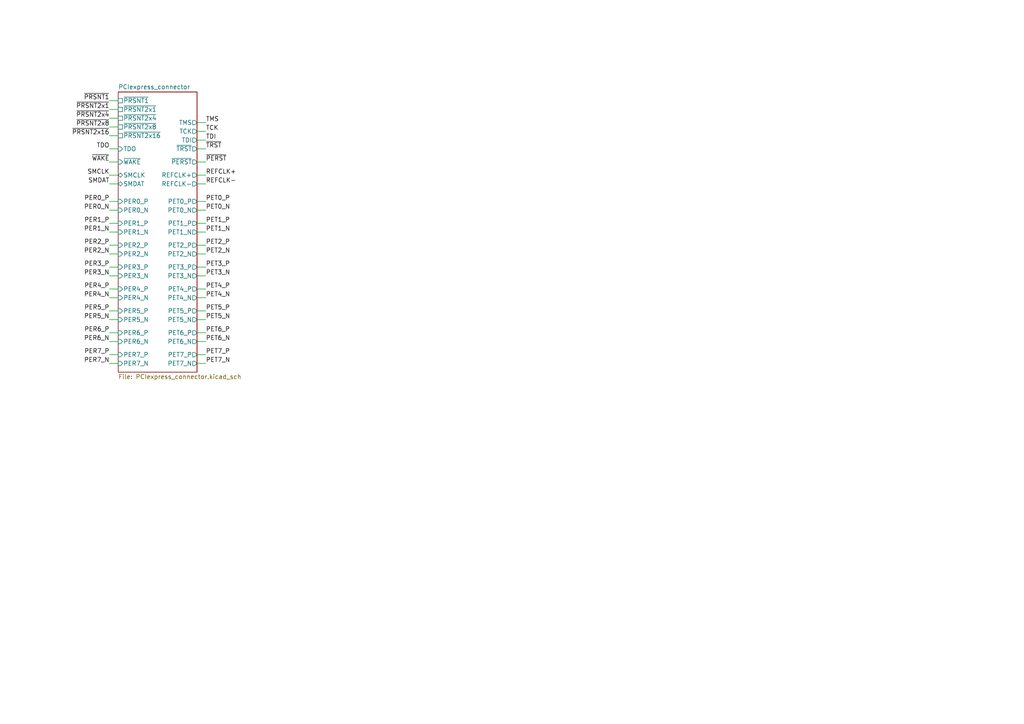
<source format=kicad_sch>
(kicad_sch
	(version 20250114)
	(generator "eeschema")
	(generator_version "9.0")
	(uuid "5186319c-a7b6-4fff-abe7-9a78b1ac7ba0")
	(paper "A4")
	(title_block
		(title "PCIexpress_x8_half")
		(company "Author: Luca Anastasio")
	)
	(lib_symbols)
	(wire
		(pts
			(xy 31.75 86.36) (xy 34.29 86.36)
		)
		(stroke
			(width 0)
			(type default)
		)
		(uuid "04cca5d3-5a97-4646-9826-273b34cc1788")
	)
	(wire
		(pts
			(xy 57.15 40.64) (xy 59.69 40.64)
		)
		(stroke
			(width 0)
			(type default)
		)
		(uuid "0807639b-99f9-4354-812f-77173017a09b")
	)
	(wire
		(pts
			(xy 31.75 46.99) (xy 34.29 46.99)
		)
		(stroke
			(width 0)
			(type default)
		)
		(uuid "09e82615-78af-4f6a-bb0a-d344fd9aed77")
	)
	(wire
		(pts
			(xy 57.15 92.71) (xy 59.69 92.71)
		)
		(stroke
			(width 0)
			(type default)
		)
		(uuid "1766e156-738f-4e50-b27c-3aa68cc42c02")
	)
	(wire
		(pts
			(xy 31.75 58.42) (xy 34.29 58.42)
		)
		(stroke
			(width 0)
			(type default)
		)
		(uuid "18b19689-11a9-490d-bd96-9164889f91d8")
	)
	(wire
		(pts
			(xy 57.15 46.99) (xy 59.69 46.99)
		)
		(stroke
			(width 0)
			(type default)
		)
		(uuid "19bcf26a-2899-48e3-a0a5-864d314d46a0")
	)
	(wire
		(pts
			(xy 57.15 60.96) (xy 59.69 60.96)
		)
		(stroke
			(width 0)
			(type default)
		)
		(uuid "20d5decf-596b-4bc7-b5f2-6434f1972474")
	)
	(wire
		(pts
			(xy 31.75 80.01) (xy 34.29 80.01)
		)
		(stroke
			(width 0)
			(type default)
		)
		(uuid "214ec640-fb13-4b6f-9435-bee9040a02cf")
	)
	(wire
		(pts
			(xy 57.15 102.87) (xy 59.69 102.87)
		)
		(stroke
			(width 0)
			(type default)
		)
		(uuid "22a54f23-0bc1-494a-84dd-bb5173a47079")
	)
	(wire
		(pts
			(xy 57.15 35.56) (xy 59.69 35.56)
		)
		(stroke
			(width 0)
			(type default)
		)
		(uuid "2331a491-68de-466d-9020-beb5509d50ac")
	)
	(wire
		(pts
			(xy 31.75 36.83) (xy 34.29 36.83)
		)
		(stroke
			(width 0)
			(type default)
		)
		(uuid "2fcc0f81-cdab-4f30-a716-5d0ced8fd130")
	)
	(wire
		(pts
			(xy 57.15 38.1) (xy 59.69 38.1)
		)
		(stroke
			(width 0)
			(type default)
		)
		(uuid "2ff0cadc-b056-4e16-a23b-fa0df698be4b")
	)
	(wire
		(pts
			(xy 31.75 29.21) (xy 34.29 29.21)
		)
		(stroke
			(width 0)
			(type default)
		)
		(uuid "34c54331-4a80-41d8-95c9-37f5fcbac9f4")
	)
	(wire
		(pts
			(xy 31.75 83.82) (xy 34.29 83.82)
		)
		(stroke
			(width 0)
			(type default)
		)
		(uuid "3760c3fc-fbb9-440e-a469-69f00eec2243")
	)
	(wire
		(pts
			(xy 31.75 71.12) (xy 34.29 71.12)
		)
		(stroke
			(width 0)
			(type default)
		)
		(uuid "3e778b9a-c91f-4b22-8843-ae64df502887")
	)
	(wire
		(pts
			(xy 57.15 64.77) (xy 59.69 64.77)
		)
		(stroke
			(width 0)
			(type default)
		)
		(uuid "47844e46-187a-436a-8b61-b7ae019ed97c")
	)
	(wire
		(pts
			(xy 31.75 105.41) (xy 34.29 105.41)
		)
		(stroke
			(width 0)
			(type default)
		)
		(uuid "4ba65da1-4644-430d-b594-5ba078440be9")
	)
	(wire
		(pts
			(xy 57.15 90.17) (xy 59.69 90.17)
		)
		(stroke
			(width 0)
			(type default)
		)
		(uuid "4be7d90f-0648-44fa-b2bb-23ee4bd04245")
	)
	(wire
		(pts
			(xy 57.15 53.34) (xy 59.69 53.34)
		)
		(stroke
			(width 0)
			(type default)
		)
		(uuid "4c753d1f-f5b8-4bdd-ba6b-4005cdd5754f")
	)
	(wire
		(pts
			(xy 31.75 50.8) (xy 34.29 50.8)
		)
		(stroke
			(width 0)
			(type default)
		)
		(uuid "54553159-5837-4979-9ecd-9ab0fe72cc1a")
	)
	(wire
		(pts
			(xy 57.15 58.42) (xy 59.69 58.42)
		)
		(stroke
			(width 0)
			(type default)
		)
		(uuid "620ed031-0180-449c-bd02-7b4f89014f7f")
	)
	(wire
		(pts
			(xy 31.75 102.87) (xy 34.29 102.87)
		)
		(stroke
			(width 0)
			(type default)
		)
		(uuid "6443d769-777e-4c08-8882-82a6458374c5")
	)
	(wire
		(pts
			(xy 31.75 96.52) (xy 34.29 96.52)
		)
		(stroke
			(width 0)
			(type default)
		)
		(uuid "68973f22-aefd-4935-95a1-2935b2c6753b")
	)
	(wire
		(pts
			(xy 57.15 43.18) (xy 59.69 43.18)
		)
		(stroke
			(width 0)
			(type default)
		)
		(uuid "692ec575-ad6a-410a-80eb-b9494f040b86")
	)
	(wire
		(pts
			(xy 31.75 90.17) (xy 34.29 90.17)
		)
		(stroke
			(width 0)
			(type default)
		)
		(uuid "750ca37d-7a38-41af-8e3a-d8883165097a")
	)
	(wire
		(pts
			(xy 31.75 99.06) (xy 34.29 99.06)
		)
		(stroke
			(width 0)
			(type default)
		)
		(uuid "7714deda-5d3d-476c-881f-2af47c08fafa")
	)
	(wire
		(pts
			(xy 57.15 50.8) (xy 59.69 50.8)
		)
		(stroke
			(width 0)
			(type default)
		)
		(uuid "7884f004-9725-4041-b490-867890edf559")
	)
	(wire
		(pts
			(xy 57.15 73.66) (xy 59.69 73.66)
		)
		(stroke
			(width 0)
			(type default)
		)
		(uuid "803a60de-1143-48a0-9f76-0b9db6dda87e")
	)
	(wire
		(pts
			(xy 31.75 43.18) (xy 34.29 43.18)
		)
		(stroke
			(width 0)
			(type default)
		)
		(uuid "8d14ab10-c17e-4e98-8e13-65f2b65576eb")
	)
	(wire
		(pts
			(xy 57.15 80.01) (xy 59.69 80.01)
		)
		(stroke
			(width 0)
			(type default)
		)
		(uuid "90bcf30b-ec03-45fe-bb2d-319286ae58de")
	)
	(wire
		(pts
			(xy 57.15 99.06) (xy 59.69 99.06)
		)
		(stroke
			(width 0)
			(type default)
		)
		(uuid "9a967787-1649-47eb-8cb9-4b0e81d2345f")
	)
	(wire
		(pts
			(xy 31.75 73.66) (xy 34.29 73.66)
		)
		(stroke
			(width 0)
			(type default)
		)
		(uuid "9d6fa66d-2ce8-4470-ab4e-b09abde60f97")
	)
	(wire
		(pts
			(xy 31.75 92.71) (xy 34.29 92.71)
		)
		(stroke
			(width 0)
			(type default)
		)
		(uuid "a0843b61-6672-46ad-bf45-260a674cdfcd")
	)
	(wire
		(pts
			(xy 31.75 53.34) (xy 34.29 53.34)
		)
		(stroke
			(width 0)
			(type default)
		)
		(uuid "a6633c97-7dc8-40fd-869e-158eaf3a38ca")
	)
	(wire
		(pts
			(xy 31.75 39.37) (xy 34.29 39.37)
		)
		(stroke
			(width 0)
			(type default)
		)
		(uuid "a7488cba-c27c-4aee-86b2-8764d69bdf0d")
	)
	(wire
		(pts
			(xy 57.15 96.52) (xy 59.69 96.52)
		)
		(stroke
			(width 0)
			(type default)
		)
		(uuid "aa825a8f-e9cd-4ae2-8a32-9ecc229d55e6")
	)
	(wire
		(pts
			(xy 31.75 67.31) (xy 34.29 67.31)
		)
		(stroke
			(width 0)
			(type default)
		)
		(uuid "ac4e1f41-cc1d-46f2-b105-855a5e05a2d1")
	)
	(wire
		(pts
			(xy 57.15 67.31) (xy 59.69 67.31)
		)
		(stroke
			(width 0)
			(type default)
		)
		(uuid "acfacc69-7bd4-4a3c-98ec-8cd8a2f3ddee")
	)
	(wire
		(pts
			(xy 31.75 34.29) (xy 34.29 34.29)
		)
		(stroke
			(width 0)
			(type default)
		)
		(uuid "aed89bd9-937f-42e2-b78a-79376d67ce86")
	)
	(wire
		(pts
			(xy 57.15 77.47) (xy 59.69 77.47)
		)
		(stroke
			(width 0)
			(type default)
		)
		(uuid "b29cf7ee-bb5c-4cc7-bcd4-89460ea230e4")
	)
	(wire
		(pts
			(xy 31.75 31.75) (xy 34.29 31.75)
		)
		(stroke
			(width 0)
			(type default)
		)
		(uuid "b34576c1-1870-4ee0-9080-515988eb0d26")
	)
	(wire
		(pts
			(xy 57.15 71.12) (xy 59.69 71.12)
		)
		(stroke
			(width 0)
			(type default)
		)
		(uuid "b98ba536-57ff-4556-af72-00f2857ce79b")
	)
	(wire
		(pts
			(xy 31.75 64.77) (xy 34.29 64.77)
		)
		(stroke
			(width 0)
			(type default)
		)
		(uuid "c0d76bae-7332-4917-94a5-e03bed8519f6")
	)
	(wire
		(pts
			(xy 57.15 86.36) (xy 59.69 86.36)
		)
		(stroke
			(width 0)
			(type default)
		)
		(uuid "d0b30eb9-8b95-4ab3-80d2-55724ef79756")
	)
	(wire
		(pts
			(xy 31.75 60.96) (xy 34.29 60.96)
		)
		(stroke
			(width 0)
			(type default)
		)
		(uuid "df2de325-f576-48f3-84d6-346ba0c52bdc")
	)
	(wire
		(pts
			(xy 31.75 77.47) (xy 34.29 77.47)
		)
		(stroke
			(width 0)
			(type default)
		)
		(uuid "e8bac97e-1187-44b4-996c-185727f8c831")
	)
	(wire
		(pts
			(xy 57.15 105.41) (xy 59.69 105.41)
		)
		(stroke
			(width 0)
			(type default)
		)
		(uuid "ef9ed5b5-1337-4287-b973-f12e71cf0058")
	)
	(wire
		(pts
			(xy 57.15 83.82) (xy 59.69 83.82)
		)
		(stroke
			(width 0)
			(type default)
		)
		(uuid "fce0ad82-afe2-46cb-a8e3-d79fdcc87ea0")
	)
	(label "PER3_P"
		(at 31.75 77.47 180)
		(effects
			(font
				(size 1.27 1.27)
			)
			(justify right bottom)
		)
		(uuid "07cef914-a0d7-4a17-aee3-9fa5cde88fdf")
	)
	(label "PER7_P"
		(at 31.75 102.87 180)
		(effects
			(font
				(size 1.27 1.27)
			)
			(justify right bottom)
		)
		(uuid "0cbe5e70-7d6b-4fa6-b73a-0056c4c7c7c4")
	)
	(label "PER7_N"
		(at 31.75 105.41 180)
		(effects
			(font
				(size 1.27 1.27)
			)
			(justify right bottom)
		)
		(uuid "115b9beb-be76-4e99-98d6-83a36edbec9b")
	)
	(label "TDO"
		(at 31.75 43.18 180)
		(effects
			(font
				(size 1.27 1.27)
			)
			(justify right bottom)
		)
		(uuid "15d979b3-3c78-4a6a-867e-e077f9bdf21e")
	)
	(label "PET3_N"
		(at 59.69 80.01 0)
		(effects
			(font
				(size 1.27 1.27)
			)
			(justify left bottom)
		)
		(uuid "2242a84f-398d-4034-b65b-e597f0562acc")
	)
	(label "~{PRSNT2x4}"
		(at 31.75 34.29 180)
		(effects
			(font
				(size 1.27 1.27)
			)
			(justify right bottom)
		)
		(uuid "270d7f2f-09cb-4e68-ab8f-664a33f33e93")
	)
	(label "PET7_P"
		(at 59.69 102.87 0)
		(effects
			(font
				(size 1.27 1.27)
			)
			(justify left bottom)
		)
		(uuid "2a76c9da-9105-480f-9218-41037b1478b8")
	)
	(label "~{PRSNT2x16}"
		(at 31.75 39.37 180)
		(effects
			(font
				(size 1.27 1.27)
			)
			(justify right bottom)
		)
		(uuid "2ad7af9c-05bf-4739-a91d-c3d1be84f633")
	)
	(label "PER2_N"
		(at 31.75 73.66 180)
		(effects
			(font
				(size 1.27 1.27)
			)
			(justify right bottom)
		)
		(uuid "3ac1b417-8ab1-4d3f-b22a-bfa01aa186d9")
	)
	(label "PET2_N"
		(at 59.69 73.66 0)
		(effects
			(font
				(size 1.27 1.27)
			)
			(justify left bottom)
		)
		(uuid "4137bbbb-958f-4c3f-80aa-e46a08c0ed65")
	)
	(label "PER4_N"
		(at 31.75 86.36 180)
		(effects
			(font
				(size 1.27 1.27)
			)
			(justify right bottom)
		)
		(uuid "47695542-9358-4ef9-815f-9c1848c21f68")
	)
	(label "PET5_P"
		(at 59.69 90.17 0)
		(effects
			(font
				(size 1.27 1.27)
			)
			(justify left bottom)
		)
		(uuid "4eabcb75-2d4e-4662-a154-874190674117")
	)
	(label "PET6_N"
		(at 59.69 99.06 0)
		(effects
			(font
				(size 1.27 1.27)
			)
			(justify left bottom)
		)
		(uuid "5c5edd84-060b-4e71-a4d2-961e4b2bbdd1")
	)
	(label "PET0_N"
		(at 59.69 60.96 0)
		(effects
			(font
				(size 1.27 1.27)
			)
			(justify left bottom)
		)
		(uuid "5fd981c6-61f8-4ab9-a1d5-e722936d435e")
	)
	(label "TMS"
		(at 59.69 35.56 0)
		(effects
			(font
				(size 1.27 1.27)
			)
			(justify left bottom)
		)
		(uuid "6044da8b-bfc2-41de-a734-5550c15da2d4")
	)
	(label "PER6_P"
		(at 31.75 96.52 180)
		(effects
			(font
				(size 1.27 1.27)
			)
			(justify right bottom)
		)
		(uuid "6ab26c9b-33a7-41d8-9a43-b70486d7ab00")
	)
	(label "~{PRSNT2x8}"
		(at 31.75 36.83 180)
		(effects
			(font
				(size 1.27 1.27)
			)
			(justify right bottom)
		)
		(uuid "6fc69de3-ae40-4e92-b71f-355cb25a40ea")
	)
	(label "PER1_N"
		(at 31.75 67.31 180)
		(effects
			(font
				(size 1.27 1.27)
			)
			(justify right bottom)
		)
		(uuid "72a1b215-6ca8-43a9-821d-5ca8d35df4a6")
	)
	(label "~{PRSNT2x1}"
		(at 31.75 31.75 180)
		(effects
			(font
				(size 1.27 1.27)
			)
			(justify right bottom)
		)
		(uuid "73b8c30f-0d6f-4180-b068-87b28ae9bd68")
	)
	(label "PET1_P"
		(at 59.69 64.77 0)
		(effects
			(font
				(size 1.27 1.27)
			)
			(justify left bottom)
		)
		(uuid "74b12278-93d3-4309-ab02-64f196c543d7")
	)
	(label "PER1_P"
		(at 31.75 64.77 180)
		(effects
			(font
				(size 1.27 1.27)
			)
			(justify right bottom)
		)
		(uuid "7c5aad8e-4ca6-4d73-a753-f83de55671dd")
	)
	(label "PER3_N"
		(at 31.75 80.01 180)
		(effects
			(font
				(size 1.27 1.27)
			)
			(justify right bottom)
		)
		(uuid "7ce0c1ae-8063-463b-b702-af759653467d")
	)
	(label "PER4_P"
		(at 31.75 83.82 180)
		(effects
			(font
				(size 1.27 1.27)
			)
			(justify right bottom)
		)
		(uuid "7dbbe188-19b6-4806-bc39-2c1d736b5a3d")
	)
	(label "PER0_P"
		(at 31.75 58.42 180)
		(effects
			(font
				(size 1.27 1.27)
			)
			(justify right bottom)
		)
		(uuid "882ac554-9f44-4302-b37f-1d664a6662e9")
	)
	(label "PET7_N"
		(at 59.69 105.41 0)
		(effects
			(font
				(size 1.27 1.27)
			)
			(justify left bottom)
		)
		(uuid "89ecc178-5052-465e-bb30-812b2898944e")
	)
	(label "PER0_N"
		(at 31.75 60.96 180)
		(effects
			(font
				(size 1.27 1.27)
			)
			(justify right bottom)
		)
		(uuid "8a0a39eb-ee3f-4a1c-9491-eaba54ff16f9")
	)
	(label "TCK"
		(at 59.69 38.1 0)
		(effects
			(font
				(size 1.27 1.27)
			)
			(justify left bottom)
		)
		(uuid "8f12639f-5e0f-4fec-98a0-66c2d11164c8")
	)
	(label "PET0_P"
		(at 59.69 58.42 0)
		(effects
			(font
				(size 1.27 1.27)
			)
			(justify left bottom)
		)
		(uuid "951c41e6-a741-4fa7-a42d-7836a8d703bf")
	)
	(label "TDI"
		(at 59.69 40.64 0)
		(effects
			(font
				(size 1.27 1.27)
			)
			(justify left bottom)
		)
		(uuid "9c70f367-51b7-4a35-97cf-c866f0df1e0e")
	)
	(label "PET6_P"
		(at 59.69 96.52 0)
		(effects
			(font
				(size 1.27 1.27)
			)
			(justify left bottom)
		)
		(uuid "a372fb38-21b9-4e7e-8ef0-f961ee40cc7b")
	)
	(label "REFCLK+"
		(at 59.69 50.8 0)
		(effects
			(font
				(size 1.27 1.27)
			)
			(justify left bottom)
		)
		(uuid "a47e2850-32a4-47de-b954-bbf2877cbb51")
	)
	(label "SMDAT"
		(at 31.75 53.34 180)
		(effects
			(font
				(size 1.27 1.27)
			)
			(justify right bottom)
		)
		(uuid "ae28ef9e-b5b5-4187-8398-c5574613af7e")
	)
	(label "PET2_P"
		(at 59.69 71.12 0)
		(effects
			(font
				(size 1.27 1.27)
			)
			(justify left bottom)
		)
		(uuid "b1748508-60ef-4250-9336-2175a69138e4")
	)
	(label "PET4_P"
		(at 59.69 83.82 0)
		(effects
			(font
				(size 1.27 1.27)
			)
			(justify left bottom)
		)
		(uuid "b5f3ff37-e471-4c08-a333-70d621a2413a")
	)
	(label "SMCLK"
		(at 31.75 50.8 180)
		(effects
			(font
				(size 1.27 1.27)
			)
			(justify right bottom)
		)
		(uuid "bb9aa42a-9772-44b3-9e3c-3fbe52f33599")
	)
	(label "~{PERST}"
		(at 59.69 46.99 0)
		(effects
			(font
				(size 1.27 1.27)
			)
			(justify left bottom)
		)
		(uuid "bccb8cd2-f114-4864-969c-5849abc579f6")
	)
	(label "PET1_N"
		(at 59.69 67.31 0)
		(effects
			(font
				(size 1.27 1.27)
			)
			(justify left bottom)
		)
		(uuid "bf29cbf8-b291-4813-99b9-1a51e9f98f90")
	)
	(label "PER6_N"
		(at 31.75 99.06 180)
		(effects
			(font
				(size 1.27 1.27)
			)
			(justify right bottom)
		)
		(uuid "d02acbe0-aaf0-48e0-889b-b9ce93182833")
	)
	(label "PER5_P"
		(at 31.75 90.17 180)
		(effects
			(font
				(size 1.27 1.27)
			)
			(justify right bottom)
		)
		(uuid "d488b0a8-aa45-4779-b713-757eb374cc9c")
	)
	(label "PET4_N"
		(at 59.69 86.36 0)
		(effects
			(font
				(size 1.27 1.27)
			)
			(justify left bottom)
		)
		(uuid "d5cda3c6-0048-4467-880d-5836f772ec34")
	)
	(label "PER5_N"
		(at 31.75 92.71 180)
		(effects
			(font
				(size 1.27 1.27)
			)
			(justify right bottom)
		)
		(uuid "d9bd664e-eaba-441f-ab61-bffe13ec2b36")
	)
	(label "~{PRSNT1}"
		(at 31.75 29.21 180)
		(effects
			(font
				(size 1.27 1.27)
			)
			(justify right bottom)
		)
		(uuid "db6e7bc1-f2d5-47fc-861b-2435effc19d2")
	)
	(label "PET5_N"
		(at 59.69 92.71 0)
		(effects
			(font
				(size 1.27 1.27)
			)
			(justify left bottom)
		)
		(uuid "df55605a-1873-4253-8d2e-c22c5a4a41b9")
	)
	(label "REFCLK-"
		(at 59.69 53.34 0)
		(effects
			(font
				(size 1.27 1.27)
			)
			(justify left bottom)
		)
		(uuid "e99d6cad-7691-49db-96ee-7d9e0ce533fe")
	)
	(label "~{WAKE}"
		(at 31.75 46.99 180)
		(effects
			(font
				(size 1.27 1.27)
			)
			(justify right bottom)
		)
		(uuid "ef3ac500-c14e-4371-b2c2-098a16e380f8")
	)
	(label "~{TRST}"
		(at 59.69 43.18 0)
		(effects
			(font
				(size 1.27 1.27)
			)
			(justify left bottom)
		)
		(uuid "f25dfbc1-b564-4ae8-9a55-d15e1f639cde")
	)
	(label "PET3_P"
		(at 59.69 77.47 0)
		(effects
			(font
				(size 1.27 1.27)
			)
			(justify left bottom)
		)
		(uuid "f35fc759-acd4-4a75-97b3-8e45aa5c3f27")
	)
	(label "PER2_P"
		(at 31.75 71.12 180)
		(effects
			(font
				(size 1.27 1.27)
			)
			(justify right bottom)
		)
		(uuid "f378516e-e65f-401a-a45d-c173962e9e1d")
	)
	(sheet
		(at 34.29 26.67)
		(size 22.86 81.28)
		(exclude_from_sim no)
		(in_bom yes)
		(on_board yes)
		(dnp no)
		(fields_autoplaced yes)
		(stroke
			(width 0)
			(type solid)
		)
		(fill
			(color 0 0 0 0.0000)
		)
		(uuid "00000000-0000-0000-0000-00005d508b15")
		(property "Sheetname" "PCIexpress_connector"
			(at 34.29 25.9584 0)
			(effects
				(font
					(size 1.27 1.27)
				)
				(justify left bottom)
			)
		)
		(property "Sheetfile" "PCIexpress_connector.kicad_sch"
			(at 34.29 108.5346 0)
			(effects
				(font
					(size 1.27 1.27)
				)
				(justify left top)
			)
		)
		(pin "PET0_P" output
			(at 57.15 58.42 0)
			(uuid "7f773bcf-a81d-430e-8af3-a440ca256012")
			(effects
				(font
					(size 1.27 1.27)
				)
				(justify right)
			)
		)
		(pin "PET0_N" output
			(at 57.15 60.96 0)
			(uuid "025dd898-ef60-4eed-a304-287e3fcc5330")
			(effects
				(font
					(size 1.27 1.27)
				)
				(justify right)
			)
		)
		(pin "REFCLK+" output
			(at 57.15 50.8 0)
			(uuid "99c56841-91de-421b-a12f-a338a8e6dd93")
			(effects
				(font
					(size 1.27 1.27)
				)
				(justify right)
			)
		)
		(pin "REFCLK-" output
			(at 57.15 53.34 0)
			(uuid "72540613-0aea-456b-ad09-6bdc9caa8021")
			(effects
				(font
					(size 1.27 1.27)
				)
				(justify right)
			)
		)
		(pin "~{PRSNT2x16}" passive
			(at 34.29 39.37 180)
			(uuid "c6d58a32-d431-46ae-85b0-a63e9c0a7215")
			(effects
				(font
					(size 1.27 1.27)
				)
				(justify left)
			)
		)
		(pin "TDO" input
			(at 34.29 43.18 180)
			(uuid "0b973dfd-761b-44d7-bf15-3f3313b6bc75")
			(effects
				(font
					(size 1.27 1.27)
				)
				(justify left)
			)
		)
		(pin "TMS" output
			(at 57.15 35.56 0)
			(uuid "c436a0c6-745b-4529-a336-aea08fd97196")
			(effects
				(font
					(size 1.27 1.27)
				)
				(justify right)
			)
		)
		(pin "TDI" output
			(at 57.15 40.64 0)
			(uuid "dc48a61e-b852-4417-860d-bcc88b0f8f9e")
			(effects
				(font
					(size 1.27 1.27)
				)
				(justify right)
			)
		)
		(pin "TCK" output
			(at 57.15 38.1 0)
			(uuid "2625a1e7-82c3-4c87-86eb-e72f7678ec9a")
			(effects
				(font
					(size 1.27 1.27)
				)
				(justify right)
			)
		)
		(pin "PET1_P" output
			(at 57.15 64.77 0)
			(uuid "5002dda8-668d-4de1-a6e7-e9556482c927")
			(effects
				(font
					(size 1.27 1.27)
				)
				(justify right)
			)
		)
		(pin "PET1_N" output
			(at 57.15 67.31 0)
			(uuid "8fe4336a-27dd-4d49-a46d-6d4601c5980c")
			(effects
				(font
					(size 1.27 1.27)
				)
				(justify right)
			)
		)
		(pin "PET2_P" output
			(at 57.15 71.12 0)
			(uuid "8fbed1e9-96e0-4ac1-8ced-9401d8bdee8e")
			(effects
				(font
					(size 1.27 1.27)
				)
				(justify right)
			)
		)
		(pin "PET2_N" output
			(at 57.15 73.66 0)
			(uuid "3444776f-8333-4761-a875-e93df51e07f5")
			(effects
				(font
					(size 1.27 1.27)
				)
				(justify right)
			)
		)
		(pin "PET3_P" output
			(at 57.15 77.47 0)
			(uuid "a1194c87-515f-48c5-acd9-67a63b5ba8ce")
			(effects
				(font
					(size 1.27 1.27)
				)
				(justify right)
			)
		)
		(pin "PET3_N" output
			(at 57.15 80.01 0)
			(uuid "17b818ea-ca3b-4d3b-9235-469814efae0b")
			(effects
				(font
					(size 1.27 1.27)
				)
				(justify right)
			)
		)
		(pin "PER1_P" input
			(at 34.29 64.77 180)
			(uuid "71242084-b4c5-4d30-be6e-0111b1b93303")
			(effects
				(font
					(size 1.27 1.27)
				)
				(justify left)
			)
		)
		(pin "PER1_N" input
			(at 34.29 67.31 180)
			(uuid "df263dc1-fafd-44b6-afd7-f39f52242905")
			(effects
				(font
					(size 1.27 1.27)
				)
				(justify left)
			)
		)
		(pin "PER2_P" input
			(at 34.29 71.12 180)
			(uuid "b48c20f4-e6b2-4283-9154-a5f4e67a4d72")
			(effects
				(font
					(size 1.27 1.27)
				)
				(justify left)
			)
		)
		(pin "PER2_N" input
			(at 34.29 73.66 180)
			(uuid "f24df97a-2dab-40ad-86ec-b954f79aabb4")
			(effects
				(font
					(size 1.27 1.27)
				)
				(justify left)
			)
		)
		(pin "PER3_P" input
			(at 34.29 77.47 180)
			(uuid "da7b0c95-54cf-4f9d-905f-db532ed7f0a4")
			(effects
				(font
					(size 1.27 1.27)
				)
				(justify left)
			)
		)
		(pin "PER3_N" input
			(at 34.29 80.01 180)
			(uuid "f31eb92d-b6d3-4bfb-8cdd-3da721b593e7")
			(effects
				(font
					(size 1.27 1.27)
				)
				(justify left)
			)
		)
		(pin "PER4_P" input
			(at 34.29 83.82 180)
			(uuid "449b1954-cd01-46c5-a4b0-72c3c55a97cf")
			(effects
				(font
					(size 1.27 1.27)
				)
				(justify left)
			)
		)
		(pin "PER4_N" input
			(at 34.29 86.36 180)
			(uuid "e9a6e7f2-bb64-4f89-af12-08c464fabe12")
			(effects
				(font
					(size 1.27 1.27)
				)
				(justify left)
			)
		)
		(pin "PER5_P" input
			(at 34.29 90.17 180)
			(uuid "ca74a631-eb75-4711-b2b1-e5bbb0e64bdc")
			(effects
				(font
					(size 1.27 1.27)
				)
				(justify left)
			)
		)
		(pin "PER5_N" input
			(at 34.29 92.71 180)
			(uuid "a4be5174-b7f4-4e11-8d1c-480efe948a08")
			(effects
				(font
					(size 1.27 1.27)
				)
				(justify left)
			)
		)
		(pin "PER6_P" input
			(at 34.29 96.52 180)
			(uuid "e22cadcb-b74c-41ab-9e2a-fb95acfbba73")
			(effects
				(font
					(size 1.27 1.27)
				)
				(justify left)
			)
		)
		(pin "PER6_N" input
			(at 34.29 99.06 180)
			(uuid "eb929592-becb-430e-bcda-ea76e355299c")
			(effects
				(font
					(size 1.27 1.27)
				)
				(justify left)
			)
		)
		(pin "PER7_P" input
			(at 34.29 102.87 180)
			(uuid "c9449053-3a98-46ba-a85a-e1ab74d89cad")
			(effects
				(font
					(size 1.27 1.27)
				)
				(justify left)
			)
		)
		(pin "PER7_N" input
			(at 34.29 105.41 180)
			(uuid "b9c3d820-dac2-4161-911e-994635c40d9a")
			(effects
				(font
					(size 1.27 1.27)
				)
				(justify left)
			)
		)
		(pin "~{WAKE}" input
			(at 34.29 46.99 180)
			(uuid "09d390ed-d418-4b84-8cf8-702471cbcbd0")
			(effects
				(font
					(size 1.27 1.27)
				)
				(justify left)
			)
		)
		(pin "~{TRST}" output
			(at 57.15 43.18 0)
			(uuid "71882658-4c73-4828-b2a4-658f550be595")
			(effects
				(font
					(size 1.27 1.27)
				)
				(justify right)
			)
		)
		(pin "SMCLK" bidirectional
			(at 34.29 50.8 180)
			(uuid "56d3b268-d4bb-466e-a9f3-2819856eb13e")
			(effects
				(font
					(size 1.27 1.27)
				)
				(justify left)
			)
		)
		(pin "SMDAT" bidirectional
			(at 34.29 53.34 180)
			(uuid "8eed5c88-abed-4e35-8f05-ff91500ee2e4")
			(effects
				(font
					(size 1.27 1.27)
				)
				(justify left)
			)
		)
		(pin "~{PERST}" output
			(at 57.15 46.99 0)
			(uuid "e436c955-0e33-41a3-b0f5-1edd732891c7")
			(effects
				(font
					(size 1.27 1.27)
				)
				(justify right)
			)
		)
		(pin "~{PRSNT1}" passive
			(at 34.29 29.21 180)
			(uuid "4a62ae90-bba7-4802-bb36-7025bdc7f95b")
			(effects
				(font
					(size 1.27 1.27)
				)
				(justify left)
			)
		)
		(pin "~{PRSNT2x8}" passive
			(at 34.29 36.83 180)
			(uuid "48159d60-206d-4a75-b4ea-1c28c8c2ae35")
			(effects
				(font
					(size 1.27 1.27)
				)
				(justify left)
			)
		)
		(pin "~{PRSNT2x4}" passive
			(at 34.29 34.29 180)
			(uuid "f92fc8c4-66d7-4a99-b0ed-bdedf09635bb")
			(effects
				(font
					(size 1.27 1.27)
				)
				(justify left)
			)
		)
		(pin "~{PRSNT2x1}" passive
			(at 34.29 31.75 180)
			(uuid "c407b99a-6510-4a74-b5a4-3a730cbc854e")
			(effects
				(font
					(size 1.27 1.27)
				)
				(justify left)
			)
		)
		(pin "PET4_P" output
			(at 57.15 83.82 0)
			(uuid "436f0df2-cf01-4153-92a0-68c4d88672c6")
			(effects
				(font
					(size 1.27 1.27)
				)
				(justify right)
			)
		)
		(pin "PET4_N" output
			(at 57.15 86.36 0)
			(uuid "b11331e5-8747-4e64-9dd8-69e9570dc515")
			(effects
				(font
					(size 1.27 1.27)
				)
				(justify right)
			)
		)
		(pin "PET5_P" output
			(at 57.15 90.17 0)
			(uuid "2e1ebba8-8c49-4087-ad31-7d988ace2306")
			(effects
				(font
					(size 1.27 1.27)
				)
				(justify right)
			)
		)
		(pin "PET5_N" output
			(at 57.15 92.71 0)
			(uuid "81cb782d-7a41-4c41-b8d5-618278fc766e")
			(effects
				(font
					(size 1.27 1.27)
				)
				(justify right)
			)
		)
		(pin "PET6_P" output
			(at 57.15 96.52 0)
			(uuid "d5b0ce44-c725-49a0-998f-9ce2a92945cc")
			(effects
				(font
					(size 1.27 1.27)
				)
				(justify right)
			)
		)
		(pin "PET6_N" output
			(at 57.15 99.06 0)
			(uuid "747ea962-fb09-473a-9da6-b794b1a645a2")
			(effects
				(font
					(size 1.27 1.27)
				)
				(justify right)
			)
		)
		(pin "PET7_P" output
			(at 57.15 102.87 0)
			(uuid "6ebfcc8c-c5dc-4123-aea8-b685cd8f70a3")
			(effects
				(font
					(size 1.27 1.27)
				)
				(justify right)
			)
		)
		(pin "PET7_N" output
			(at 57.15 105.41 0)
			(uuid "982aa757-b8d3-4876-bd05-ba09ddf229ea")
			(effects
				(font
					(size 1.27 1.27)
				)
				(justify right)
			)
		)
		(pin "PER0_N" input
			(at 34.29 60.96 180)
			(uuid "dd3729ff-a542-4ef8-880f-55bfa257052c")
			(effects
				(font
					(size 1.27 1.27)
				)
				(justify left)
			)
		)
		(pin "PER0_P" input
			(at 34.29 58.42 180)
			(uuid "1cca6923-1b31-44db-912f-c86fc6d0fce4")
			(effects
				(font
					(size 1.27 1.27)
				)
				(justify left)
			)
		)
		(instances
			(project "PCIexpress_x8_half"
				(path "/5186319c-a7b6-4fff-abe7-9a78b1ac7ba0"
					(page "2")
				)
			)
		)
	)
	(sheet_instances
		(path "/"
			(page "1")
		)
	)
	(embedded_fonts no)
)

</source>
